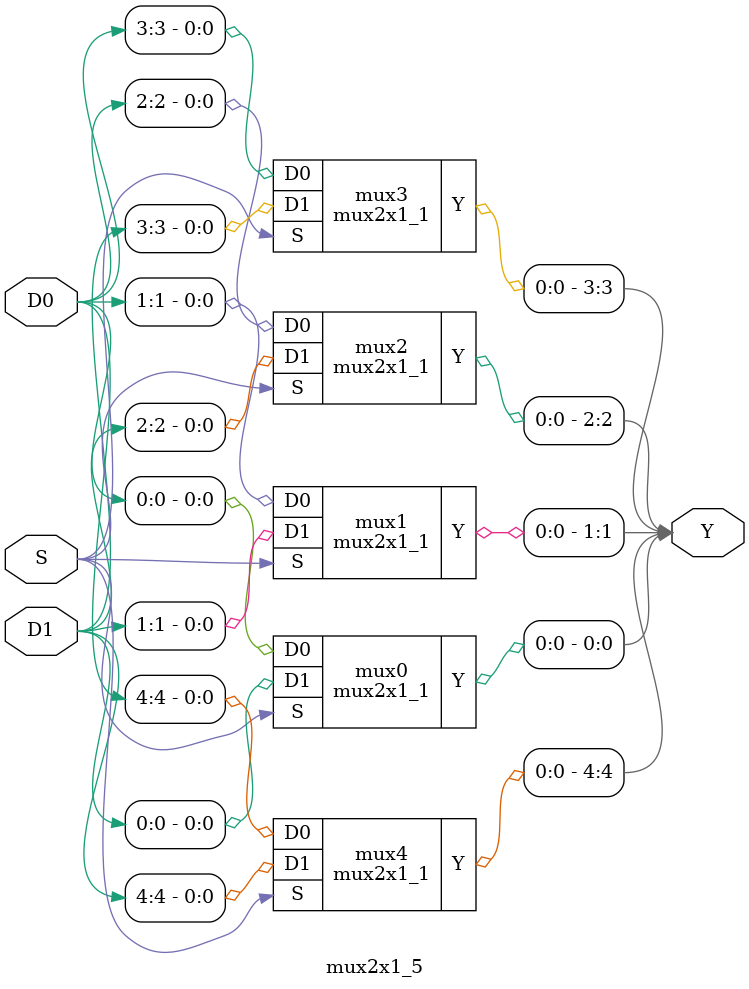
<source format=v>

module mux2x1_32( Y,D0, D1, S);
output [31:0] Y; // Address Out
input [31:0] D0, D1; // Address In 1 and 2
input S;
mux2x1_1 mux0(Y[0],D0[0],D1[0],S);
mux2x1_1 mux1(Y[1],D0[1],D1[1],S);
mux2x1_1 mux2(Y[2],D0[2],D1[2],S);
mux2x1_1 mux3(Y[3],D0[3],D1[3],S);
mux2x1_1 mux4(Y[4],D0[4],D1[4],S);
mux2x1_1 mux5(Y[5],D0[5],D1[5],S);
mux2x1_1 mux6(Y[6],D0[6],D1[6],S);
mux2x1_1 mux7(Y[7],D0[7],D1[7],S);
mux2x1_1 mux8(Y[8],D0[8],D1[8],S);
mux2x1_1 mux9(Y[9],D0[9],D1[9],S);
mux2x1_1 mux10(Y[10],D0[10],D1[10],S);
mux2x1_1 mux11(Y[11],D0[11],D1[11],S);
mux2x1_1 mux12(Y[12],D0[12],D1[12],S);
mux2x1_1 mux13(Y[13],D0[13],D1[13],S);
mux2x1_1 mux14(Y[14],D0[14],D1[14],S);
mux2x1_1 mux15(Y[15],D0[15],D1[15],S);
mux2x1_1 mux16(Y[16],D0[16],D1[16],S);
mux2x1_1 mux17(Y[17],D0[17],D1[17],S);
mux2x1_1 mux18(Y[18],D0[18],D1[18],S);
mux2x1_1 mux19(Y[19],D0[19],D1[19],S);
mux2x1_1 mux20(Y[20],D0[20],D1[20],S);
mux2x1_1 mux21(Y[21],D0[21],D1[21],S);
mux2x1_1 mux22(Y[22],D0[22],D1[22],S);
mux2x1_1 mux23(Y[23],D0[23],D1[23],S);
mux2x1_1 mux24(Y[24],D0[24],D1[24],S);
mux2x1_1 mux25(Y[25],D0[25],D1[25],S);
mux2x1_1 mux26(Y[26],D0[26],D1[26],S);
mux2x1_1 mux27(Y[27],D0[27],D1[27],S);
mux2x1_1 mux28(Y[28],D0[28],D1[28],S);
mux2x1_1 mux29(Y[29],D0[29],D1[29],S);
mux2x1_1 mux30(Y[30],D0[30],D1[30],S);
mux2x1_1 mux31(Y[31],D0[31],D1[31],S);

endmodule

module mux2x1_1(Y, D0, D1, S);

//Y = D0.S’ + D1.S

output Y;
input D0, D1, S;
wire T1, T2, Sbar;

assign T1 = D1&S;
assign T2 = D0&Sbar;
assign Sbar = ~S;
assign Y = T1|T2;


endmodule

//bit wise
// S Write Register
module mux2x1_5( Y,D0, D1, S);
output [4:0] Y; // Address Out
input [4:0] D0, D1; // Address In 1 and 2
input S;
mux2x1_1 mux0(Y[0],D0[0],D1[0],S);
mux2x1_1 mux1(Y[1],D0[1],D1[1],S);
mux2x1_1 mux2(Y[2],D0[2],D1[2],S);
mux2x1_1 mux3(Y[3],D0[3],D1[3],S);
mux2x1_1 mux4(Y[4],D0[4],D1[4],S);
endmodule

</source>
